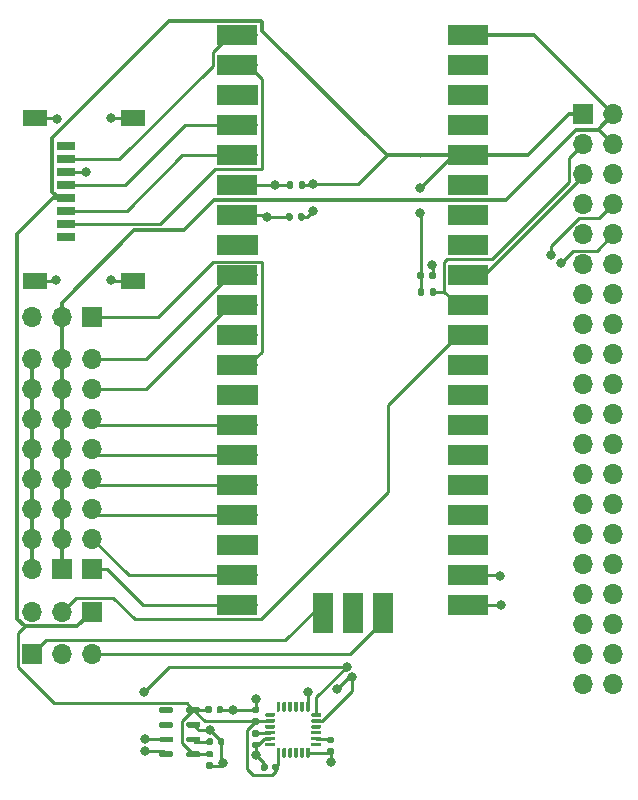
<source format=gbr>
%TF.GenerationSoftware,KiCad,Pcbnew,(5.1.10-1-10_14)*%
%TF.CreationDate,2021-10-09T22:57:50-04:00*%
%TF.ProjectId,Hermes_Pico,4865726d-6573-45f5-9069-636f2e6b6963,rev?*%
%TF.SameCoordinates,Original*%
%TF.FileFunction,Copper,L1,Top*%
%TF.FilePolarity,Positive*%
%FSLAX46Y46*%
G04 Gerber Fmt 4.6, Leading zero omitted, Abs format (unit mm)*
G04 Created by KiCad (PCBNEW (5.1.10-1-10_14)) date 2021-10-09 22:57:50*
%MOMM*%
%LPD*%
G01*
G04 APERTURE LIST*
%TA.AperFunction,ComponentPad*%
%ADD10O,1.700000X1.700000*%
%TD*%
%TA.AperFunction,ComponentPad*%
%ADD11R,1.700000X1.700000*%
%TD*%
%TA.AperFunction,SMDPad,CuDef*%
%ADD12R,1.500000X0.800000*%
%TD*%
%TA.AperFunction,SMDPad,CuDef*%
%ADD13R,2.000000X1.450000*%
%TD*%
%TA.AperFunction,SMDPad,CuDef*%
%ADD14R,1.700000X3.500000*%
%TD*%
%TA.AperFunction,SMDPad,CuDef*%
%ADD15R,3.500000X1.700000*%
%TD*%
%TA.AperFunction,ViaPad*%
%ADD16C,0.800000*%
%TD*%
%TA.AperFunction,Conductor*%
%ADD17C,0.250000*%
%TD*%
%TA.AperFunction,Conductor*%
%ADD18C,0.350000*%
%TD*%
G04 APERTURE END LIST*
%TO.P,R4,2*%
%TO.N,FC_I2C0_SCL*%
%TA.AperFunction,SMDPad,CuDef*%
G36*
G01*
X240400000Y-73490000D02*
X240400000Y-73860000D01*
G75*
G02*
X240265000Y-73995000I-135000J0D01*
G01*
X239995000Y-73995000D01*
G75*
G02*
X239860000Y-73860000I0J135000D01*
G01*
X239860000Y-73490000D01*
G75*
G02*
X239995000Y-73355000I135000J0D01*
G01*
X240265000Y-73355000D01*
G75*
G02*
X240400000Y-73490000I0J-135000D01*
G01*
G37*
%TD.AperFunction*%
%TO.P,R4,1*%
%TO.N,+3V3*%
%TA.AperFunction,SMDPad,CuDef*%
G36*
G01*
X241420000Y-73490000D02*
X241420000Y-73860000D01*
G75*
G02*
X241285000Y-73995000I-135000J0D01*
G01*
X241015000Y-73995000D01*
G75*
G02*
X240880000Y-73860000I0J135000D01*
G01*
X240880000Y-73490000D01*
G75*
G02*
X241015000Y-73355000I135000J0D01*
G01*
X241285000Y-73355000D01*
G75*
G02*
X241420000Y-73490000I0J-135000D01*
G01*
G37*
%TD.AperFunction*%
%TD*%
%TO.P,R3,2*%
%TO.N,+3V3*%
%TA.AperFunction,SMDPad,CuDef*%
G36*
G01*
X240940000Y-71185000D02*
X240940000Y-70815000D01*
G75*
G02*
X241075000Y-70680000I135000J0D01*
G01*
X241345000Y-70680000D01*
G75*
G02*
X241480000Y-70815000I0J-135000D01*
G01*
X241480000Y-71185000D01*
G75*
G02*
X241345000Y-71320000I-135000J0D01*
G01*
X241075000Y-71320000D01*
G75*
G02*
X240940000Y-71185000I0J135000D01*
G01*
G37*
%TD.AperFunction*%
%TO.P,R3,1*%
%TO.N,FC_I2C0_SDA*%
%TA.AperFunction,SMDPad,CuDef*%
G36*
G01*
X239920000Y-71185000D02*
X239920000Y-70815000D01*
G75*
G02*
X240055000Y-70680000I135000J0D01*
G01*
X240325000Y-70680000D01*
G75*
G02*
X240460000Y-70815000I0J-135000D01*
G01*
X240460000Y-71185000D01*
G75*
G02*
X240325000Y-71320000I-135000J0D01*
G01*
X240055000Y-71320000D01*
G75*
G02*
X239920000Y-71185000I0J135000D01*
G01*
G37*
%TD.AperFunction*%
%TD*%
%TO.P,R2,2*%
%TO.N,FC_I2C1_SCL*%
%TA.AperFunction,SMDPad,CuDef*%
G36*
G01*
X251990000Y-78835000D02*
X251990000Y-78465000D01*
G75*
G02*
X252125000Y-78330000I135000J0D01*
G01*
X252395000Y-78330000D01*
G75*
G02*
X252530000Y-78465000I0J-135000D01*
G01*
X252530000Y-78835000D01*
G75*
G02*
X252395000Y-78970000I-135000J0D01*
G01*
X252125000Y-78970000D01*
G75*
G02*
X251990000Y-78835000I0J135000D01*
G01*
G37*
%TD.AperFunction*%
%TO.P,R2,1*%
%TO.N,+3V3*%
%TA.AperFunction,SMDPad,CuDef*%
G36*
G01*
X250970000Y-78835000D02*
X250970000Y-78465000D01*
G75*
G02*
X251105000Y-78330000I135000J0D01*
G01*
X251375000Y-78330000D01*
G75*
G02*
X251510000Y-78465000I0J-135000D01*
G01*
X251510000Y-78835000D01*
G75*
G02*
X251375000Y-78970000I-135000J0D01*
G01*
X251105000Y-78970000D01*
G75*
G02*
X250970000Y-78835000I0J135000D01*
G01*
G37*
%TD.AperFunction*%
%TD*%
%TO.P,R1,2*%
%TO.N,+3V3*%
%TA.AperFunction,SMDPad,CuDef*%
G36*
G01*
X251560000Y-79840000D02*
X251560000Y-80210000D01*
G75*
G02*
X251425000Y-80345000I-135000J0D01*
G01*
X251155000Y-80345000D01*
G75*
G02*
X251020000Y-80210000I0J135000D01*
G01*
X251020000Y-79840000D01*
G75*
G02*
X251155000Y-79705000I135000J0D01*
G01*
X251425000Y-79705000D01*
G75*
G02*
X251560000Y-79840000I0J-135000D01*
G01*
G37*
%TD.AperFunction*%
%TO.P,R1,1*%
%TO.N,FC_I2C1_SDA*%
%TA.AperFunction,SMDPad,CuDef*%
G36*
G01*
X252580000Y-79840000D02*
X252580000Y-80210000D01*
G75*
G02*
X252445000Y-80345000I-135000J0D01*
G01*
X252175000Y-80345000D01*
G75*
G02*
X252040000Y-80210000I0J135000D01*
G01*
X252040000Y-79840000D01*
G75*
G02*
X252175000Y-79705000I135000J0D01*
G01*
X252445000Y-79705000D01*
G75*
G02*
X252580000Y-79840000I0J-135000D01*
G01*
G37*
%TD.AperFunction*%
%TD*%
D10*
%TO.P,J7,3*%
%TO.N,FC_SWDIO*%
X223430000Y-110700000D03*
%TO.P,J7,2*%
%TO.N,GND*%
X220890000Y-110700000D03*
D11*
%TO.P,J7,1*%
%TO.N,FC_SWCLK*%
X218350000Y-110700000D03*
%TD*%
%TO.P,U3,8*%
%TO.N,FC_I2C0_SCL*%
%TA.AperFunction,SMDPad,CuDef*%
G36*
G01*
X230300000Y-119050000D02*
X230300000Y-119300000D01*
G75*
G02*
X230175000Y-119425000I-125000J0D01*
G01*
X229225000Y-119425000D01*
G75*
G02*
X229100000Y-119300000I0J125000D01*
G01*
X229100000Y-119050000D01*
G75*
G02*
X229225000Y-118925000I125000J0D01*
G01*
X230175000Y-118925000D01*
G75*
G02*
X230300000Y-119050000I0J-125000D01*
G01*
G37*
%TD.AperFunction*%
%TO.P,U3,7*%
%TO.N,FC_I2C0_SDA*%
%TA.AperFunction,SMDPad,CuDef*%
G36*
G01*
X230300000Y-117800000D02*
X230300000Y-118050000D01*
G75*
G02*
X230175000Y-118175000I-125000J0D01*
G01*
X229225000Y-118175000D01*
G75*
G02*
X229100000Y-118050000I0J125000D01*
G01*
X229100000Y-117800000D01*
G75*
G02*
X229225000Y-117675000I125000J0D01*
G01*
X230175000Y-117675000D01*
G75*
G02*
X230300000Y-117800000I0J-125000D01*
G01*
G37*
%TD.AperFunction*%
%TO.P,U3,6*%
%TO.N,Net-(U3-Pad6)*%
%TA.AperFunction,SMDPad,CuDef*%
G36*
G01*
X230300000Y-116550000D02*
X230300000Y-116800000D01*
G75*
G02*
X230175000Y-116925000I-125000J0D01*
G01*
X229225000Y-116925000D01*
G75*
G02*
X229100000Y-116800000I0J125000D01*
G01*
X229100000Y-116550000D01*
G75*
G02*
X229225000Y-116425000I125000J0D01*
G01*
X230175000Y-116425000D01*
G75*
G02*
X230300000Y-116550000I0J-125000D01*
G01*
G37*
%TD.AperFunction*%
%TO.P,U3,5*%
%TO.N,Net-(U3-Pad5)*%
%TA.AperFunction,SMDPad,CuDef*%
G36*
G01*
X230300000Y-115300000D02*
X230300000Y-115550000D01*
G75*
G02*
X230175000Y-115675000I-125000J0D01*
G01*
X229225000Y-115675000D01*
G75*
G02*
X229100000Y-115550000I0J125000D01*
G01*
X229100000Y-115300000D01*
G75*
G02*
X229225000Y-115175000I125000J0D01*
G01*
X230175000Y-115175000D01*
G75*
G02*
X230300000Y-115300000I0J-125000D01*
G01*
G37*
%TD.AperFunction*%
%TO.P,U3,4*%
%TO.N,+3V3*%
%TA.AperFunction,SMDPad,CuDef*%
G36*
G01*
X232600000Y-115300000D02*
X232600000Y-115550000D01*
G75*
G02*
X232475000Y-115675000I-125000J0D01*
G01*
X231525000Y-115675000D01*
G75*
G02*
X231400000Y-115550000I0J125000D01*
G01*
X231400000Y-115300000D01*
G75*
G02*
X231525000Y-115175000I125000J0D01*
G01*
X232475000Y-115175000D01*
G75*
G02*
X232600000Y-115300000I0J-125000D01*
G01*
G37*
%TD.AperFunction*%
%TO.P,U3,3*%
%TO.N,GND*%
%TA.AperFunction,SMDPad,CuDef*%
G36*
G01*
X232600000Y-116550000D02*
X232600000Y-116800000D01*
G75*
G02*
X232475000Y-116925000I-125000J0D01*
G01*
X231525000Y-116925000D01*
G75*
G02*
X231400000Y-116800000I0J125000D01*
G01*
X231400000Y-116550000D01*
G75*
G02*
X231525000Y-116425000I125000J0D01*
G01*
X232475000Y-116425000D01*
G75*
G02*
X232600000Y-116550000I0J-125000D01*
G01*
G37*
%TD.AperFunction*%
%TO.P,U3,2*%
%TO.N,Net-(C5-Pad1)*%
%TA.AperFunction,SMDPad,CuDef*%
G36*
G01*
X232600000Y-117800000D02*
X232600000Y-118050000D01*
G75*
G02*
X232475000Y-118175000I-125000J0D01*
G01*
X231525000Y-118175000D01*
G75*
G02*
X231400000Y-118050000I0J125000D01*
G01*
X231400000Y-117800000D01*
G75*
G02*
X231525000Y-117675000I125000J0D01*
G01*
X232475000Y-117675000D01*
G75*
G02*
X232600000Y-117800000I0J-125000D01*
G01*
G37*
%TD.AperFunction*%
%TO.P,U3,1*%
%TO.N,+3V3*%
%TA.AperFunction,SMDPad,CuDef*%
G36*
G01*
X232600000Y-119050000D02*
X232600000Y-119300000D01*
G75*
G02*
X232475000Y-119425000I-125000J0D01*
G01*
X231525000Y-119425000D01*
G75*
G02*
X231400000Y-119300000I0J125000D01*
G01*
X231400000Y-119050000D01*
G75*
G02*
X231525000Y-118925000I125000J0D01*
G01*
X232475000Y-118925000D01*
G75*
G02*
X232600000Y-119050000I0J-125000D01*
G01*
G37*
%TD.AperFunction*%
%TD*%
%TO.P,U2,24*%
%TO.N,FC_I2C0_SDA*%
%TA.AperFunction,SMDPad,CuDef*%
G36*
G01*
X241975000Y-115925000D02*
X241975000Y-115775000D01*
G75*
G02*
X242050000Y-115700000I75000J0D01*
G01*
X242750000Y-115700000D01*
G75*
G02*
X242825000Y-115775000I0J-75000D01*
G01*
X242825000Y-115925000D01*
G75*
G02*
X242750000Y-116000000I-75000J0D01*
G01*
X242050000Y-116000000D01*
G75*
G02*
X241975000Y-115925000I0J75000D01*
G01*
G37*
%TD.AperFunction*%
%TO.P,U2,23*%
%TO.N,FC_I2C0_SCL*%
%TA.AperFunction,SMDPad,CuDef*%
G36*
G01*
X241975000Y-116425000D02*
X241975000Y-116275000D01*
G75*
G02*
X242050000Y-116200000I75000J0D01*
G01*
X242750000Y-116200000D01*
G75*
G02*
X242825000Y-116275000I0J-75000D01*
G01*
X242825000Y-116425000D01*
G75*
G02*
X242750000Y-116500000I-75000J0D01*
G01*
X242050000Y-116500000D01*
G75*
G02*
X241975000Y-116425000I0J75000D01*
G01*
G37*
%TD.AperFunction*%
%TO.P,U2,22*%
%TO.N,N/C*%
%TA.AperFunction,SMDPad,CuDef*%
G36*
G01*
X241975000Y-116925000D02*
X241975000Y-116775000D01*
G75*
G02*
X242050000Y-116700000I75000J0D01*
G01*
X242750000Y-116700000D01*
G75*
G02*
X242825000Y-116775000I0J-75000D01*
G01*
X242825000Y-116925000D01*
G75*
G02*
X242750000Y-117000000I-75000J0D01*
G01*
X242050000Y-117000000D01*
G75*
G02*
X241975000Y-116925000I0J75000D01*
G01*
G37*
%TD.AperFunction*%
%TO.P,U2,21*%
%TA.AperFunction,SMDPad,CuDef*%
G36*
G01*
X241975000Y-117425000D02*
X241975000Y-117275000D01*
G75*
G02*
X242050000Y-117200000I75000J0D01*
G01*
X242750000Y-117200000D01*
G75*
G02*
X242825000Y-117275000I0J-75000D01*
G01*
X242825000Y-117425000D01*
G75*
G02*
X242750000Y-117500000I-75000J0D01*
G01*
X242050000Y-117500000D01*
G75*
G02*
X241975000Y-117425000I0J75000D01*
G01*
G37*
%TD.AperFunction*%
%TO.P,U2,20*%
%TO.N,Net-(C4-Pad2)*%
%TA.AperFunction,SMDPad,CuDef*%
G36*
G01*
X241975000Y-117925000D02*
X241975000Y-117775000D01*
G75*
G02*
X242050000Y-117700000I75000J0D01*
G01*
X242750000Y-117700000D01*
G75*
G02*
X242825000Y-117775000I0J-75000D01*
G01*
X242825000Y-117925000D01*
G75*
G02*
X242750000Y-118000000I-75000J0D01*
G01*
X242050000Y-118000000D01*
G75*
G02*
X241975000Y-117925000I0J75000D01*
G01*
G37*
%TD.AperFunction*%
%TO.P,U2,19*%
%TO.N,N/C*%
%TA.AperFunction,SMDPad,CuDef*%
G36*
G01*
X241975000Y-118425000D02*
X241975000Y-118275000D01*
G75*
G02*
X242050000Y-118200000I75000J0D01*
G01*
X242750000Y-118200000D01*
G75*
G02*
X242825000Y-118275000I0J-75000D01*
G01*
X242825000Y-118425000D01*
G75*
G02*
X242750000Y-118500000I-75000J0D01*
G01*
X242050000Y-118500000D01*
G75*
G02*
X241975000Y-118425000I0J75000D01*
G01*
G37*
%TD.AperFunction*%
%TO.P,U2,18*%
%TO.N,GND*%
%TA.AperFunction,SMDPad,CuDef*%
G36*
G01*
X241625000Y-118625000D02*
X241775000Y-118625000D01*
G75*
G02*
X241850000Y-118700000I0J-75000D01*
G01*
X241850000Y-119400000D01*
G75*
G02*
X241775000Y-119475000I-75000J0D01*
G01*
X241625000Y-119475000D01*
G75*
G02*
X241550000Y-119400000I0J75000D01*
G01*
X241550000Y-118700000D01*
G75*
G02*
X241625000Y-118625000I75000J0D01*
G01*
G37*
%TD.AperFunction*%
%TO.P,U2,17*%
%TO.N,N/C*%
%TA.AperFunction,SMDPad,CuDef*%
G36*
G01*
X241125000Y-118625000D02*
X241275000Y-118625000D01*
G75*
G02*
X241350000Y-118700000I0J-75000D01*
G01*
X241350000Y-119400000D01*
G75*
G02*
X241275000Y-119475000I-75000J0D01*
G01*
X241125000Y-119475000D01*
G75*
G02*
X241050000Y-119400000I0J75000D01*
G01*
X241050000Y-118700000D01*
G75*
G02*
X241125000Y-118625000I75000J0D01*
G01*
G37*
%TD.AperFunction*%
%TO.P,U2,16*%
%TA.AperFunction,SMDPad,CuDef*%
G36*
G01*
X240625000Y-118625000D02*
X240775000Y-118625000D01*
G75*
G02*
X240850000Y-118700000I0J-75000D01*
G01*
X240850000Y-119400000D01*
G75*
G02*
X240775000Y-119475000I-75000J0D01*
G01*
X240625000Y-119475000D01*
G75*
G02*
X240550000Y-119400000I0J75000D01*
G01*
X240550000Y-118700000D01*
G75*
G02*
X240625000Y-118625000I75000J0D01*
G01*
G37*
%TD.AperFunction*%
%TO.P,U2,15*%
%TA.AperFunction,SMDPad,CuDef*%
G36*
G01*
X240125000Y-118625000D02*
X240275000Y-118625000D01*
G75*
G02*
X240350000Y-118700000I0J-75000D01*
G01*
X240350000Y-119400000D01*
G75*
G02*
X240275000Y-119475000I-75000J0D01*
G01*
X240125000Y-119475000D01*
G75*
G02*
X240050000Y-119400000I0J75000D01*
G01*
X240050000Y-118700000D01*
G75*
G02*
X240125000Y-118625000I75000J0D01*
G01*
G37*
%TD.AperFunction*%
%TO.P,U2,14*%
%TA.AperFunction,SMDPad,CuDef*%
G36*
G01*
X239625000Y-118625000D02*
X239775000Y-118625000D01*
G75*
G02*
X239850000Y-118700000I0J-75000D01*
G01*
X239850000Y-119400000D01*
G75*
G02*
X239775000Y-119475000I-75000J0D01*
G01*
X239625000Y-119475000D01*
G75*
G02*
X239550000Y-119400000I0J75000D01*
G01*
X239550000Y-118700000D01*
G75*
G02*
X239625000Y-118625000I75000J0D01*
G01*
G37*
%TD.AperFunction*%
%TO.P,U2,13*%
%TO.N,+3V3*%
%TA.AperFunction,SMDPad,CuDef*%
G36*
G01*
X239125000Y-118625000D02*
X239275000Y-118625000D01*
G75*
G02*
X239350000Y-118700000I0J-75000D01*
G01*
X239350000Y-119400000D01*
G75*
G02*
X239275000Y-119475000I-75000J0D01*
G01*
X239125000Y-119475000D01*
G75*
G02*
X239050000Y-119400000I0J75000D01*
G01*
X239050000Y-118700000D01*
G75*
G02*
X239125000Y-118625000I75000J0D01*
G01*
G37*
%TD.AperFunction*%
%TO.P,U2,12*%
%TO.N,Net-(U2-Pad12)*%
%TA.AperFunction,SMDPad,CuDef*%
G36*
G01*
X238075000Y-118425000D02*
X238075000Y-118275000D01*
G75*
G02*
X238150000Y-118200000I75000J0D01*
G01*
X238850000Y-118200000D01*
G75*
G02*
X238925000Y-118275000I0J-75000D01*
G01*
X238925000Y-118425000D01*
G75*
G02*
X238850000Y-118500000I-75000J0D01*
G01*
X238150000Y-118500000D01*
G75*
G02*
X238075000Y-118425000I0J75000D01*
G01*
G37*
%TD.AperFunction*%
%TO.P,U2,11*%
%TO.N,GND*%
%TA.AperFunction,SMDPad,CuDef*%
G36*
G01*
X238075000Y-117925000D02*
X238075000Y-117775000D01*
G75*
G02*
X238150000Y-117700000I75000J0D01*
G01*
X238850000Y-117700000D01*
G75*
G02*
X238925000Y-117775000I0J-75000D01*
G01*
X238925000Y-117925000D01*
G75*
G02*
X238850000Y-118000000I-75000J0D01*
G01*
X238150000Y-118000000D01*
G75*
G02*
X238075000Y-117925000I0J75000D01*
G01*
G37*
%TD.AperFunction*%
%TO.P,U2,10*%
%TO.N,Net-(C3-Pad2)*%
%TA.AperFunction,SMDPad,CuDef*%
G36*
G01*
X238075000Y-117425000D02*
X238075000Y-117275000D01*
G75*
G02*
X238150000Y-117200000I75000J0D01*
G01*
X238850000Y-117200000D01*
G75*
G02*
X238925000Y-117275000I0J-75000D01*
G01*
X238925000Y-117425000D01*
G75*
G02*
X238850000Y-117500000I-75000J0D01*
G01*
X238150000Y-117500000D01*
G75*
G02*
X238075000Y-117425000I0J75000D01*
G01*
G37*
%TD.AperFunction*%
%TO.P,U2,9*%
%TO.N,Net-(U2-Pad9)*%
%TA.AperFunction,SMDPad,CuDef*%
G36*
G01*
X238075000Y-116925000D02*
X238075000Y-116775000D01*
G75*
G02*
X238150000Y-116700000I75000J0D01*
G01*
X238850000Y-116700000D01*
G75*
G02*
X238925000Y-116775000I0J-75000D01*
G01*
X238925000Y-116925000D01*
G75*
G02*
X238850000Y-117000000I-75000J0D01*
G01*
X238150000Y-117000000D01*
G75*
G02*
X238075000Y-116925000I0J75000D01*
G01*
G37*
%TD.AperFunction*%
%TO.P,U2,8*%
%TO.N,+3V3*%
%TA.AperFunction,SMDPad,CuDef*%
G36*
G01*
X238075000Y-116425000D02*
X238075000Y-116275000D01*
G75*
G02*
X238150000Y-116200000I75000J0D01*
G01*
X238850000Y-116200000D01*
G75*
G02*
X238925000Y-116275000I0J-75000D01*
G01*
X238925000Y-116425000D01*
G75*
G02*
X238850000Y-116500000I-75000J0D01*
G01*
X238150000Y-116500000D01*
G75*
G02*
X238075000Y-116425000I0J75000D01*
G01*
G37*
%TD.AperFunction*%
%TO.P,U2,7*%
%TO.N,Net-(U2-Pad7)*%
%TA.AperFunction,SMDPad,CuDef*%
G36*
G01*
X238075000Y-115925000D02*
X238075000Y-115775000D01*
G75*
G02*
X238150000Y-115700000I75000J0D01*
G01*
X238850000Y-115700000D01*
G75*
G02*
X238925000Y-115775000I0J-75000D01*
G01*
X238925000Y-115925000D01*
G75*
G02*
X238850000Y-116000000I-75000J0D01*
G01*
X238150000Y-116000000D01*
G75*
G02*
X238075000Y-115925000I0J75000D01*
G01*
G37*
%TD.AperFunction*%
%TO.P,U2,6*%
%TO.N,Net-(U2-Pad6)*%
%TA.AperFunction,SMDPad,CuDef*%
G36*
G01*
X239125000Y-114725000D02*
X239275000Y-114725000D01*
G75*
G02*
X239350000Y-114800000I0J-75000D01*
G01*
X239350000Y-115500000D01*
G75*
G02*
X239275000Y-115575000I-75000J0D01*
G01*
X239125000Y-115575000D01*
G75*
G02*
X239050000Y-115500000I0J75000D01*
G01*
X239050000Y-114800000D01*
G75*
G02*
X239125000Y-114725000I75000J0D01*
G01*
G37*
%TD.AperFunction*%
%TO.P,U2,5*%
%TO.N,N/C*%
%TA.AperFunction,SMDPad,CuDef*%
G36*
G01*
X239625000Y-114725000D02*
X239775000Y-114725000D01*
G75*
G02*
X239850000Y-114800000I0J-75000D01*
G01*
X239850000Y-115500000D01*
G75*
G02*
X239775000Y-115575000I-75000J0D01*
G01*
X239625000Y-115575000D01*
G75*
G02*
X239550000Y-115500000I0J75000D01*
G01*
X239550000Y-114800000D01*
G75*
G02*
X239625000Y-114725000I75000J0D01*
G01*
G37*
%TD.AperFunction*%
%TO.P,U2,4*%
%TA.AperFunction,SMDPad,CuDef*%
G36*
G01*
X240125000Y-114725000D02*
X240275000Y-114725000D01*
G75*
G02*
X240350000Y-114800000I0J-75000D01*
G01*
X240350000Y-115500000D01*
G75*
G02*
X240275000Y-115575000I-75000J0D01*
G01*
X240125000Y-115575000D01*
G75*
G02*
X240050000Y-115500000I0J75000D01*
G01*
X240050000Y-114800000D01*
G75*
G02*
X240125000Y-114725000I75000J0D01*
G01*
G37*
%TD.AperFunction*%
%TO.P,U2,3*%
%TA.AperFunction,SMDPad,CuDef*%
G36*
G01*
X240625000Y-114725000D02*
X240775000Y-114725000D01*
G75*
G02*
X240850000Y-114800000I0J-75000D01*
G01*
X240850000Y-115500000D01*
G75*
G02*
X240775000Y-115575000I-75000J0D01*
G01*
X240625000Y-115575000D01*
G75*
G02*
X240550000Y-115500000I0J75000D01*
G01*
X240550000Y-114800000D01*
G75*
G02*
X240625000Y-114725000I75000J0D01*
G01*
G37*
%TD.AperFunction*%
%TO.P,U2,2*%
%TA.AperFunction,SMDPad,CuDef*%
G36*
G01*
X241125000Y-114725000D02*
X241275000Y-114725000D01*
G75*
G02*
X241350000Y-114800000I0J-75000D01*
G01*
X241350000Y-115500000D01*
G75*
G02*
X241275000Y-115575000I-75000J0D01*
G01*
X241125000Y-115575000D01*
G75*
G02*
X241050000Y-115500000I0J75000D01*
G01*
X241050000Y-114800000D01*
G75*
G02*
X241125000Y-114725000I75000J0D01*
G01*
G37*
%TD.AperFunction*%
%TO.P,U2,1*%
%TO.N,GND*%
%TA.AperFunction,SMDPad,CuDef*%
G36*
G01*
X241625000Y-114725000D02*
X241775000Y-114725000D01*
G75*
G02*
X241850000Y-114800000I0J-75000D01*
G01*
X241850000Y-115500000D01*
G75*
G02*
X241775000Y-115575000I-75000J0D01*
G01*
X241625000Y-115575000D01*
G75*
G02*
X241550000Y-115500000I0J75000D01*
G01*
X241550000Y-114800000D01*
G75*
G02*
X241625000Y-114725000I75000J0D01*
G01*
G37*
%TD.AperFunction*%
%TD*%
D10*
%TO.P,J6,3*%
%TO.N,GND*%
X218320000Y-107100000D03*
%TO.P,J6,2*%
%TO.N,FC_RESET*%
X220860000Y-107100000D03*
D11*
%TO.P,J6,1*%
%TO.N,+3V3*%
X223400000Y-107100000D03*
%TD*%
D10*
%TO.P,J5,3*%
%TO.N,GND*%
X218320000Y-82150000D03*
%TO.P,J5,2*%
%TO.N,+5V*%
X220860000Y-82150000D03*
D11*
%TO.P,J5,1*%
%TO.N,FC_UART1_RX*%
X223400000Y-82150000D03*
%TD*%
%TO.P,C7,2*%
%TO.N,GND*%
%TA.AperFunction,SMDPad,CuDef*%
G36*
G01*
X233975000Y-115570000D02*
X233975000Y-115230000D01*
G75*
G02*
X234115000Y-115090000I140000J0D01*
G01*
X234395000Y-115090000D01*
G75*
G02*
X234535000Y-115230000I0J-140000D01*
G01*
X234535000Y-115570000D01*
G75*
G02*
X234395000Y-115710000I-140000J0D01*
G01*
X234115000Y-115710000D01*
G75*
G02*
X233975000Y-115570000I0J140000D01*
G01*
G37*
%TD.AperFunction*%
%TO.P,C7,1*%
%TO.N,+3V3*%
%TA.AperFunction,SMDPad,CuDef*%
G36*
G01*
X233015000Y-115570000D02*
X233015000Y-115230000D01*
G75*
G02*
X233155000Y-115090000I140000J0D01*
G01*
X233435000Y-115090000D01*
G75*
G02*
X233575000Y-115230000I0J-140000D01*
G01*
X233575000Y-115570000D01*
G75*
G02*
X233435000Y-115710000I-140000J0D01*
G01*
X233155000Y-115710000D01*
G75*
G02*
X233015000Y-115570000I0J140000D01*
G01*
G37*
%TD.AperFunction*%
%TD*%
%TO.P,C6,2*%
%TO.N,+3V3*%
%TA.AperFunction,SMDPad,CuDef*%
G36*
G01*
X233545000Y-119450000D02*
X233205000Y-119450000D01*
G75*
G02*
X233065000Y-119310000I0J140000D01*
G01*
X233065000Y-119030000D01*
G75*
G02*
X233205000Y-118890000I140000J0D01*
G01*
X233545000Y-118890000D01*
G75*
G02*
X233685000Y-119030000I0J-140000D01*
G01*
X233685000Y-119310000D01*
G75*
G02*
X233545000Y-119450000I-140000J0D01*
G01*
G37*
%TD.AperFunction*%
%TO.P,C6,1*%
%TO.N,GND*%
%TA.AperFunction,SMDPad,CuDef*%
G36*
G01*
X233545000Y-120410000D02*
X233205000Y-120410000D01*
G75*
G02*
X233065000Y-120270000I0J140000D01*
G01*
X233065000Y-119990000D01*
G75*
G02*
X233205000Y-119850000I140000J0D01*
G01*
X233545000Y-119850000D01*
G75*
G02*
X233685000Y-119990000I0J-140000D01*
G01*
X233685000Y-120270000D01*
G75*
G02*
X233545000Y-120410000I-140000J0D01*
G01*
G37*
%TD.AperFunction*%
%TD*%
%TO.P,C5,2*%
%TO.N,GND*%
%TA.AperFunction,SMDPad,CuDef*%
G36*
G01*
X234075000Y-118270000D02*
X234075000Y-117930000D01*
G75*
G02*
X234215000Y-117790000I140000J0D01*
G01*
X234495000Y-117790000D01*
G75*
G02*
X234635000Y-117930000I0J-140000D01*
G01*
X234635000Y-118270000D01*
G75*
G02*
X234495000Y-118410000I-140000J0D01*
G01*
X234215000Y-118410000D01*
G75*
G02*
X234075000Y-118270000I0J140000D01*
G01*
G37*
%TD.AperFunction*%
%TO.P,C5,1*%
%TO.N,Net-(C5-Pad1)*%
%TA.AperFunction,SMDPad,CuDef*%
G36*
G01*
X233115000Y-118270000D02*
X233115000Y-117930000D01*
G75*
G02*
X233255000Y-117790000I140000J0D01*
G01*
X233535000Y-117790000D01*
G75*
G02*
X233675000Y-117930000I0J-140000D01*
G01*
X233675000Y-118270000D01*
G75*
G02*
X233535000Y-118410000I-140000J0D01*
G01*
X233255000Y-118410000D01*
G75*
G02*
X233115000Y-118270000I0J140000D01*
G01*
G37*
%TD.AperFunction*%
%TD*%
%TO.P,C4,2*%
%TO.N,Net-(C4-Pad2)*%
%TA.AperFunction,SMDPad,CuDef*%
G36*
G01*
X243795000Y-118250000D02*
X243455000Y-118250000D01*
G75*
G02*
X243315000Y-118110000I0J140000D01*
G01*
X243315000Y-117830000D01*
G75*
G02*
X243455000Y-117690000I140000J0D01*
G01*
X243795000Y-117690000D01*
G75*
G02*
X243935000Y-117830000I0J-140000D01*
G01*
X243935000Y-118110000D01*
G75*
G02*
X243795000Y-118250000I-140000J0D01*
G01*
G37*
%TD.AperFunction*%
%TO.P,C4,1*%
%TO.N,GND*%
%TA.AperFunction,SMDPad,CuDef*%
G36*
G01*
X243795000Y-119210000D02*
X243455000Y-119210000D01*
G75*
G02*
X243315000Y-119070000I0J140000D01*
G01*
X243315000Y-118790000D01*
G75*
G02*
X243455000Y-118650000I140000J0D01*
G01*
X243795000Y-118650000D01*
G75*
G02*
X243935000Y-118790000I0J-140000D01*
G01*
X243935000Y-119070000D01*
G75*
G02*
X243795000Y-119210000I-140000J0D01*
G01*
G37*
%TD.AperFunction*%
%TD*%
%TO.P,C3,2*%
%TO.N,Net-(C3-Pad2)*%
%TA.AperFunction,SMDPad,CuDef*%
G36*
G01*
X237445000Y-117700000D02*
X237105000Y-117700000D01*
G75*
G02*
X236965000Y-117560000I0J140000D01*
G01*
X236965000Y-117280000D01*
G75*
G02*
X237105000Y-117140000I140000J0D01*
G01*
X237445000Y-117140000D01*
G75*
G02*
X237585000Y-117280000I0J-140000D01*
G01*
X237585000Y-117560000D01*
G75*
G02*
X237445000Y-117700000I-140000J0D01*
G01*
G37*
%TD.AperFunction*%
%TO.P,C3,1*%
%TO.N,GND*%
%TA.AperFunction,SMDPad,CuDef*%
G36*
G01*
X237445000Y-118660000D02*
X237105000Y-118660000D01*
G75*
G02*
X236965000Y-118520000I0J140000D01*
G01*
X236965000Y-118240000D01*
G75*
G02*
X237105000Y-118100000I140000J0D01*
G01*
X237445000Y-118100000D01*
G75*
G02*
X237585000Y-118240000I0J-140000D01*
G01*
X237585000Y-118520000D01*
G75*
G02*
X237445000Y-118660000I-140000J0D01*
G01*
G37*
%TD.AperFunction*%
%TD*%
%TO.P,C2,2*%
%TO.N,GND*%
%TA.AperFunction,SMDPad,CuDef*%
G36*
G01*
X238300000Y-120105000D02*
X238300000Y-120445000D01*
G75*
G02*
X238160000Y-120585000I-140000J0D01*
G01*
X237880000Y-120585000D01*
G75*
G02*
X237740000Y-120445000I0J140000D01*
G01*
X237740000Y-120105000D01*
G75*
G02*
X237880000Y-119965000I140000J0D01*
G01*
X238160000Y-119965000D01*
G75*
G02*
X238300000Y-120105000I0J-140000D01*
G01*
G37*
%TD.AperFunction*%
%TO.P,C2,1*%
%TO.N,+3V3*%
%TA.AperFunction,SMDPad,CuDef*%
G36*
G01*
X239260000Y-120105000D02*
X239260000Y-120445000D01*
G75*
G02*
X239120000Y-120585000I-140000J0D01*
G01*
X238840000Y-120585000D01*
G75*
G02*
X238700000Y-120445000I0J140000D01*
G01*
X238700000Y-120105000D01*
G75*
G02*
X238840000Y-119965000I140000J0D01*
G01*
X239120000Y-119965000D01*
G75*
G02*
X239260000Y-120105000I0J-140000D01*
G01*
G37*
%TD.AperFunction*%
%TD*%
%TO.P,C1,2*%
%TO.N,+3V3*%
%TA.AperFunction,SMDPad,CuDef*%
G36*
G01*
X237105000Y-116100000D02*
X237445000Y-116100000D01*
G75*
G02*
X237585000Y-116240000I0J-140000D01*
G01*
X237585000Y-116520000D01*
G75*
G02*
X237445000Y-116660000I-140000J0D01*
G01*
X237105000Y-116660000D01*
G75*
G02*
X236965000Y-116520000I0J140000D01*
G01*
X236965000Y-116240000D01*
G75*
G02*
X237105000Y-116100000I140000J0D01*
G01*
G37*
%TD.AperFunction*%
%TO.P,C1,1*%
%TO.N,GND*%
%TA.AperFunction,SMDPad,CuDef*%
G36*
G01*
X237105000Y-115140000D02*
X237445000Y-115140000D01*
G75*
G02*
X237585000Y-115280000I0J-140000D01*
G01*
X237585000Y-115560000D01*
G75*
G02*
X237445000Y-115700000I-140000J0D01*
G01*
X237105000Y-115700000D01*
G75*
G02*
X236965000Y-115560000I0J140000D01*
G01*
X236965000Y-115280000D01*
G75*
G02*
X237105000Y-115140000I140000J0D01*
G01*
G37*
%TD.AperFunction*%
%TD*%
D12*
%TO.P,J4,1*%
%TO.N,Net-(J4-Pad1)*%
X221200000Y-75400000D03*
%TO.P,J4,2*%
%TO.N,FC_SPI0_CS*%
X221200000Y-74300000D03*
%TO.P,J4,3*%
%TO.N,FC_SPI0_MOSI*%
X221200000Y-73200000D03*
%TO.P,J4,4*%
%TO.N,+3V3*%
X221200000Y-72100000D03*
%TO.P,J4,5*%
%TO.N,FC_SPI0_SCK*%
X221200000Y-71000000D03*
%TO.P,J4,6*%
%TO.N,GND*%
X221200000Y-69900000D03*
%TO.P,J4,7*%
%TO.N,FC_SPI0_MISO*%
X221200000Y-68800000D03*
%TO.P,J4,8*%
%TO.N,Net-(J4-Pad8)*%
X221200000Y-67700000D03*
D13*
%TO.P,J4,9*%
%TO.N,GND*%
X226900000Y-65325000D03*
X226900000Y-79075000D03*
X218600000Y-79075000D03*
X218600000Y-65325000D03*
%TD*%
D10*
%TO.P,J3,16*%
%TO.N,GND*%
X218360000Y-85720000D03*
%TO.P,J3,15*%
%TO.N,+5V*%
X220900000Y-85720000D03*
%TO.P,J3,14*%
%TO.N,GND*%
X218360000Y-88260000D03*
%TO.P,J3,13*%
%TO.N,+5V*%
X220900000Y-88260000D03*
%TO.P,J3,12*%
%TO.N,GND*%
X218360000Y-90800000D03*
%TO.P,J3,11*%
%TO.N,+5V*%
X220900000Y-90800000D03*
%TO.P,J3,10*%
%TO.N,GND*%
X218360000Y-93340000D03*
%TO.P,J3,9*%
%TO.N,+5V*%
X220900000Y-93340000D03*
%TO.P,J3,8*%
%TO.N,GND*%
X218360000Y-95880000D03*
%TO.P,J3,7*%
%TO.N,+5V*%
X220900000Y-95880000D03*
%TO.P,J3,6*%
%TO.N,GND*%
X218360000Y-98420000D03*
%TO.P,J3,5*%
%TO.N,+5V*%
X220900000Y-98420000D03*
%TO.P,J3,4*%
%TO.N,GND*%
X218360000Y-100960000D03*
%TO.P,J3,3*%
%TO.N,+5V*%
X220900000Y-100960000D03*
%TO.P,J3,2*%
%TO.N,GND*%
X218360000Y-103500000D03*
D11*
%TO.P,J3,1*%
%TO.N,+5V*%
X220900000Y-103500000D03*
%TD*%
D10*
%TO.P,J2,40*%
%TO.N,Net-(J2-Pad40)*%
X267540000Y-113260000D03*
%TO.P,J2,39*%
%TO.N,Net-(J2-Pad39)*%
X265000000Y-113260000D03*
%TO.P,J2,38*%
%TO.N,Net-(J2-Pad38)*%
X267540000Y-110720000D03*
%TO.P,J2,37*%
%TO.N,Net-(J2-Pad37)*%
X265000000Y-110720000D03*
%TO.P,J2,36*%
%TO.N,Net-(J2-Pad36)*%
X267540000Y-108180000D03*
%TO.P,J2,35*%
%TO.N,Net-(J2-Pad35)*%
X265000000Y-108180000D03*
%TO.P,J2,34*%
%TO.N,Net-(J2-Pad34)*%
X267540000Y-105640000D03*
%TO.P,J2,33*%
%TO.N,Net-(J2-Pad33)*%
X265000000Y-105640000D03*
%TO.P,J2,32*%
%TO.N,Net-(J2-Pad32)*%
X267540000Y-103100000D03*
%TO.P,J2,31*%
%TO.N,Net-(J2-Pad31)*%
X265000000Y-103100000D03*
%TO.P,J2,30*%
%TO.N,Net-(J2-Pad30)*%
X267540000Y-100560000D03*
%TO.P,J2,29*%
%TO.N,Net-(J2-Pad29)*%
X265000000Y-100560000D03*
%TO.P,J2,28*%
%TO.N,Net-(J2-Pad28)*%
X267540000Y-98020000D03*
%TO.P,J2,27*%
%TO.N,Net-(J2-Pad27)*%
X265000000Y-98020000D03*
%TO.P,J2,26*%
%TO.N,Net-(J2-Pad26)*%
X267540000Y-95480000D03*
%TO.P,J2,25*%
%TO.N,Net-(J2-Pad25)*%
X265000000Y-95480000D03*
%TO.P,J2,24*%
%TO.N,Net-(J2-Pad24)*%
X267540000Y-92940000D03*
%TO.P,J2,23*%
%TO.N,Net-(J2-Pad23)*%
X265000000Y-92940000D03*
%TO.P,J2,22*%
%TO.N,Net-(J2-Pad22)*%
X267540000Y-90400000D03*
%TO.P,J2,21*%
%TO.N,Net-(J2-Pad21)*%
X265000000Y-90400000D03*
%TO.P,J2,20*%
%TO.N,Net-(J2-Pad20)*%
X267540000Y-87860000D03*
%TO.P,J2,19*%
%TO.N,Net-(J2-Pad19)*%
X265000000Y-87860000D03*
%TO.P,J2,18*%
%TO.N,Net-(J2-Pad18)*%
X267540000Y-85320000D03*
%TO.P,J2,17*%
%TO.N,Net-(J2-Pad17)*%
X265000000Y-85320000D03*
%TO.P,J2,16*%
%TO.N,Net-(J2-Pad16)*%
X267540000Y-82780000D03*
%TO.P,J2,15*%
%TO.N,Net-(J2-Pad15)*%
X265000000Y-82780000D03*
%TO.P,J2,14*%
%TO.N,Net-(J2-Pad14)*%
X267540000Y-80240000D03*
%TO.P,J2,13*%
%TO.N,Net-(J2-Pad13)*%
X265000000Y-80240000D03*
%TO.P,J2,12*%
%TO.N,Net-(J2-Pad12)*%
X267540000Y-77700000D03*
%TO.P,J2,11*%
%TO.N,Net-(J2-Pad11)*%
X265000000Y-77700000D03*
%TO.P,J2,10*%
%TO.N,FC_UART0_TX*%
X267540000Y-75160000D03*
%TO.P,J2,9*%
%TO.N,Net-(J2-Pad9)*%
X265000000Y-75160000D03*
%TO.P,J2,8*%
%TO.N,FC_UART0_RX*%
X267540000Y-72620000D03*
%TO.P,J2,7*%
%TO.N,Net-(J2-Pad7)*%
X265000000Y-72620000D03*
%TO.P,J2,6*%
%TO.N,GND*%
X267540000Y-70080000D03*
%TO.P,J2,5*%
%TO.N,FC_I2C1_SCL*%
X265000000Y-70080000D03*
%TO.P,J2,4*%
%TO.N,+5V*%
X267540000Y-67540000D03*
%TO.P,J2,3*%
%TO.N,FC_I2C1_SDA*%
X265000000Y-67540000D03*
%TO.P,J2,2*%
%TO.N,+5V*%
X267540000Y-65000000D03*
D11*
%TO.P,J2,1*%
%TO.N,+3V3*%
X265000000Y-65000000D03*
%TD*%
D10*
%TO.P,J1,8*%
%TO.N,FC_RADIO*%
X223450000Y-85720000D03*
%TO.P,J1,7*%
%TO.N,FC_PWM7*%
X223450000Y-88260000D03*
%TO.P,J1,6*%
%TO.N,FC_PWM6*%
X223450000Y-90800000D03*
%TO.P,J1,5*%
%TO.N,FC_PWM5*%
X223450000Y-93340000D03*
%TO.P,J1,4*%
%TO.N,FC_PWM4*%
X223450000Y-95880000D03*
%TO.P,J1,3*%
%TO.N,FC_PWM3*%
X223450000Y-98420000D03*
%TO.P,J1,2*%
%TO.N,FC_PWM2*%
X223450000Y-100960000D03*
D11*
%TO.P,J1,1*%
%TO.N,FC_PWM1*%
X223450000Y-103500000D03*
%TD*%
D10*
%TO.P,U1,43*%
%TO.N,FC_SWDIO*%
X248040000Y-106350000D03*
D14*
X248040000Y-107250000D03*
D11*
%TO.P,U1,42*%
%TO.N,GND*%
X245500000Y-106350000D03*
D14*
X245500000Y-107250000D03*
D10*
%TO.P,U1,41*%
%TO.N,FC_SWCLK*%
X242960000Y-106350000D03*
D14*
X242960000Y-107250000D03*
D15*
%TO.P,U1,21*%
%TO.N,FC_UART0_TX*%
X255290000Y-106580000D03*
%TO.P,U1,22*%
%TO.N,FC_UART0_RX*%
X255290000Y-104040000D03*
%TO.P,U1,23*%
%TO.N,GND*%
X255290000Y-101500000D03*
%TO.P,U1,24*%
%TO.N,Net-(U1-Pad24)*%
X255290000Y-98960000D03*
%TO.P,U1,25*%
%TO.N,Net-(U1-Pad25)*%
X255290000Y-96420000D03*
%TO.P,U1,26*%
%TO.N,Net-(U1-Pad26)*%
X255290000Y-93880000D03*
%TO.P,U1,27*%
%TO.N,Net-(U1-Pad27)*%
X255290000Y-91340000D03*
%TO.P,U1,28*%
%TO.N,GND*%
X255290000Y-88800000D03*
%TO.P,U1,29*%
%TO.N,Net-(U1-Pad29)*%
X255290000Y-86260000D03*
%TO.P,U1,30*%
%TO.N,FC_RESET*%
X255290000Y-83720000D03*
%TO.P,U1,31*%
%TO.N,FC_I2C1_SDA*%
X255290000Y-81180000D03*
%TO.P,U1,32*%
%TO.N,FC_I2C1_SCL*%
X255290000Y-78640000D03*
%TO.P,U1,33*%
%TO.N,Net-(U1-Pad33)*%
X255290000Y-76100000D03*
%TO.P,U1,34*%
%TO.N,Net-(U1-Pad34)*%
X255290000Y-73560000D03*
%TO.P,U1,35*%
%TO.N,Net-(U1-Pad35)*%
X255290000Y-71020000D03*
%TO.P,U1,36*%
%TO.N,+3V3*%
X255290000Y-68480000D03*
%TO.P,U1,37*%
%TO.N,Net-(U1-Pad37)*%
X255290000Y-65940000D03*
%TO.P,U1,38*%
%TO.N,GND*%
X255290000Y-63400000D03*
%TO.P,U1,39*%
%TO.N,Net-(U1-Pad39)*%
X255290000Y-60860000D03*
%TO.P,U1,40*%
%TO.N,+5V*%
X255290000Y-58320000D03*
%TO.P,U1,20*%
%TO.N,FC_PWM1*%
X235710000Y-106580000D03*
%TO.P,U1,19*%
%TO.N,FC_PWM2*%
X235710000Y-104040000D03*
%TO.P,U1,18*%
%TO.N,GND*%
X235710000Y-101500000D03*
%TO.P,U1,17*%
%TO.N,FC_PWM3*%
X235710000Y-98960000D03*
%TO.P,U1,16*%
%TO.N,FC_PWM4*%
X235710000Y-96420000D03*
%TO.P,U1,15*%
%TO.N,FC_PWM5*%
X235710000Y-93880000D03*
%TO.P,U1,14*%
%TO.N,FC_PWM6*%
X235710000Y-91340000D03*
%TO.P,U1,13*%
%TO.N,GND*%
X235710000Y-88800000D03*
%TO.P,U1,12*%
%TO.N,FC_UART1_RX*%
X235710000Y-86260000D03*
%TO.P,U1,11*%
%TO.N,FC_UART1_TX*%
X235710000Y-83720000D03*
%TO.P,U1,10*%
%TO.N,FC_PWM7*%
X235710000Y-81180000D03*
%TO.P,U1,9*%
%TO.N,FC_RADIO*%
X235710000Y-78640000D03*
%TO.P,U1,8*%
%TO.N,GND*%
X235710000Y-76100000D03*
%TO.P,U1,7*%
%TO.N,FC_I2C0_SCL*%
X235710000Y-73560000D03*
%TO.P,U1,6*%
%TO.N,FC_I2C0_SDA*%
X235710000Y-71020000D03*
%TO.P,U1,5*%
%TO.N,FC_SPI0_MOSI*%
X235710000Y-68480000D03*
%TO.P,U1,4*%
%TO.N,FC_SPI0_SCK*%
X235710000Y-65940000D03*
%TO.P,U1,3*%
%TO.N,GND*%
X235710000Y-63400000D03*
%TO.P,U1,2*%
%TO.N,FC_SPI0_CS*%
X235710000Y-60860000D03*
%TO.P,U1,1*%
%TO.N,FC_SPI0_MISO*%
X235710000Y-58320000D03*
D10*
%TO.P,U1,40*%
%TO.N,+5V*%
X254390000Y-58320000D03*
%TO.P,U1,39*%
%TO.N,Net-(U1-Pad39)*%
X254390000Y-60860000D03*
D11*
%TO.P,U1,38*%
%TO.N,GND*%
X254390000Y-63400000D03*
D10*
%TO.P,U1,37*%
%TO.N,Net-(U1-Pad37)*%
X254390000Y-65940000D03*
%TO.P,U1,36*%
%TO.N,+3V3*%
X254390000Y-68480000D03*
%TO.P,U1,35*%
%TO.N,Net-(U1-Pad35)*%
X254390000Y-71020000D03*
%TO.P,U1,34*%
%TO.N,Net-(U1-Pad34)*%
X254390000Y-73560000D03*
D11*
%TO.P,U1,33*%
%TO.N,Net-(U1-Pad33)*%
X254390000Y-76100000D03*
D10*
%TO.P,U1,32*%
%TO.N,FC_I2C1_SCL*%
X254390000Y-78640000D03*
%TO.P,U1,31*%
%TO.N,FC_I2C1_SDA*%
X254390000Y-81180000D03*
%TO.P,U1,30*%
%TO.N,FC_RESET*%
X254390000Y-83720000D03*
%TO.P,U1,29*%
%TO.N,Net-(U1-Pad29)*%
X254390000Y-86260000D03*
D11*
%TO.P,U1,28*%
%TO.N,GND*%
X254390000Y-88800000D03*
D10*
%TO.P,U1,27*%
%TO.N,Net-(U1-Pad27)*%
X254390000Y-91340000D03*
%TO.P,U1,26*%
%TO.N,Net-(U1-Pad26)*%
X254390000Y-93880000D03*
%TO.P,U1,25*%
%TO.N,Net-(U1-Pad25)*%
X254390000Y-96420000D03*
%TO.P,U1,24*%
%TO.N,Net-(U1-Pad24)*%
X254390000Y-98960000D03*
D11*
%TO.P,U1,23*%
%TO.N,GND*%
X254390000Y-101500000D03*
D10*
%TO.P,U1,22*%
%TO.N,FC_UART0_RX*%
X254390000Y-104040000D03*
%TO.P,U1,21*%
%TO.N,FC_UART0_TX*%
X254390000Y-106580000D03*
%TO.P,U1,20*%
%TO.N,FC_PWM1*%
X236610000Y-106580000D03*
%TO.P,U1,19*%
%TO.N,FC_PWM2*%
X236610000Y-104040000D03*
D11*
%TO.P,U1,18*%
%TO.N,GND*%
X236610000Y-101500000D03*
D10*
%TO.P,U1,17*%
%TO.N,FC_PWM3*%
X236610000Y-98960000D03*
%TO.P,U1,16*%
%TO.N,FC_PWM4*%
X236610000Y-96420000D03*
%TO.P,U1,15*%
%TO.N,FC_PWM5*%
X236610000Y-93880000D03*
%TO.P,U1,14*%
%TO.N,FC_PWM6*%
X236610000Y-91340000D03*
D11*
%TO.P,U1,13*%
%TO.N,GND*%
X236610000Y-88800000D03*
D10*
%TO.P,U1,12*%
%TO.N,FC_UART1_RX*%
X236610000Y-86260000D03*
%TO.P,U1,11*%
%TO.N,FC_UART1_TX*%
X236610000Y-83720000D03*
%TO.P,U1,10*%
%TO.N,FC_PWM7*%
X236610000Y-81180000D03*
%TO.P,U1,9*%
%TO.N,FC_RADIO*%
X236610000Y-78640000D03*
D11*
%TO.P,U1,8*%
%TO.N,GND*%
X236610000Y-76100000D03*
D10*
%TO.P,U1,7*%
%TO.N,FC_I2C0_SCL*%
X236610000Y-73560000D03*
%TO.P,U1,6*%
%TO.N,FC_I2C0_SDA*%
X236610000Y-71020000D03*
%TO.P,U1,5*%
%TO.N,FC_SPI0_MOSI*%
X236610000Y-68480000D03*
%TO.P,U1,4*%
%TO.N,FC_SPI0_SCK*%
X236610000Y-65940000D03*
D11*
%TO.P,U1,3*%
%TO.N,GND*%
X236610000Y-63400000D03*
D10*
%TO.P,U1,2*%
%TO.N,FC_SPI0_CS*%
X236610000Y-60860000D03*
%TO.P,U1,1*%
%TO.N,FC_SPI0_MISO*%
X236610000Y-58320000D03*
%TD*%
D16*
%TO.N,FC_UART0_TX*%
X258050000Y-106500000D03*
X263100000Y-77600000D03*
%TO.N,FC_UART0_RX*%
X258000000Y-104050000D03*
X262300000Y-76900000D03*
%TO.N,GND*%
X220450000Y-65350000D03*
X220400000Y-79050000D03*
X225000000Y-79050000D03*
X225050000Y-65300000D03*
X222900000Y-69900000D03*
X237275000Y-114525000D03*
X237300000Y-119225000D03*
X243625000Y-119825000D03*
X241700000Y-113925000D03*
X233450000Y-117125000D03*
X235325000Y-115400000D03*
X234500000Y-119875000D03*
%TO.N,FC_I2C1_SCL*%
X252250000Y-77725000D03*
%TO.N,+3V3*%
X251225000Y-73375000D03*
X251225000Y-71250000D03*
X242175000Y-73150000D03*
X242175000Y-70925000D03*
%TO.N,FC_I2C0_SCL*%
X238200000Y-73675000D03*
X245411274Y-112649815D03*
X244175000Y-113625000D03*
X227900000Y-118900003D03*
%TO.N,FC_I2C0_SDA*%
X238925000Y-71000000D03*
X244975000Y-111750000D03*
X227850000Y-113875000D03*
X227900000Y-117900000D03*
%TD*%
D17*
%TO.N,FC_RADIO*%
X227984998Y-85720000D02*
X223450000Y-85720000D01*
X235064998Y-78640000D02*
X227984998Y-85720000D01*
X236610000Y-78640000D02*
X235064998Y-78640000D01*
%TO.N,FC_PWM7*%
X227984998Y-88260000D02*
X223450000Y-88260000D01*
X235064998Y-81180000D02*
X227984998Y-88260000D01*
X236610000Y-81180000D02*
X235064998Y-81180000D01*
%TO.N,FC_PWM6*%
X223990000Y-91340000D02*
X223450000Y-90800000D01*
X236610000Y-91340000D02*
X223990000Y-91340000D01*
%TO.N,FC_PWM5*%
X223990000Y-93880000D02*
X223450000Y-93340000D01*
X236610000Y-93880000D02*
X223990000Y-93880000D01*
%TO.N,FC_PWM4*%
X223990000Y-96420000D02*
X223450000Y-95880000D01*
X236610000Y-96420000D02*
X223990000Y-96420000D01*
%TO.N,FC_PWM3*%
X223990000Y-98960000D02*
X223450000Y-98420000D01*
X236610000Y-98960000D02*
X223990000Y-98960000D01*
%TO.N,FC_PWM2*%
X226530000Y-104040000D02*
X223450000Y-100960000D01*
X236610000Y-104040000D02*
X226530000Y-104040000D01*
%TO.N,FC_PWM1*%
X236610000Y-106580000D02*
X227780000Y-106580000D01*
X224700000Y-103500000D02*
X223450000Y-103500000D01*
X227780000Y-106580000D02*
X224700000Y-103500000D01*
%TO.N,FC_UART0_TX*%
X257970000Y-106580000D02*
X258050000Y-106500000D01*
X254390000Y-106580000D02*
X257970000Y-106580000D01*
X266175001Y-76524999D02*
X267540000Y-75160000D01*
X264175001Y-76524999D02*
X266175001Y-76524999D01*
X263100000Y-77600000D02*
X264175001Y-76524999D01*
%TO.N,FC_UART0_RX*%
X257990000Y-104040000D02*
X258000000Y-104050000D01*
X254390000Y-104040000D02*
X257990000Y-104040000D01*
X266364999Y-73795001D02*
X267540000Y-72620000D01*
X264625997Y-73795001D02*
X266364999Y-73795001D01*
X262300000Y-76120998D02*
X264625997Y-73795001D01*
X262300000Y-76900000D02*
X262300000Y-76120998D01*
%TO.N,GND*%
X220425000Y-65325000D02*
X220450000Y-65350000D01*
X218600000Y-65325000D02*
X220425000Y-65325000D01*
X220375000Y-79075000D02*
X220400000Y-79050000D01*
X218600000Y-79075000D02*
X220375000Y-79075000D01*
X225025000Y-79075000D02*
X225000000Y-79050000D01*
X226900000Y-79075000D02*
X225025000Y-79075000D01*
X225075000Y-65325000D02*
X225050000Y-65300000D01*
X226900000Y-65325000D02*
X225075000Y-65325000D01*
X221200000Y-69900000D02*
X222900000Y-69900000D01*
D18*
X218360000Y-85720000D02*
X218360000Y-88260000D01*
X218360000Y-88260000D02*
X218360000Y-90800000D01*
X218360000Y-90800000D02*
X218360000Y-93340000D01*
X218360000Y-93340000D02*
X218360000Y-95880000D01*
X218360000Y-95880000D02*
X218360000Y-98420000D01*
X218360000Y-98420000D02*
X218360000Y-100960000D01*
X218360000Y-100960000D02*
X218360000Y-103500000D01*
D17*
X237275000Y-115420000D02*
X237275000Y-114525000D01*
X237275000Y-119200000D02*
X237300000Y-119225000D01*
X237275000Y-118380000D02*
X237275000Y-119200000D01*
X238020000Y-119945000D02*
X237300000Y-119225000D01*
X238020000Y-120275000D02*
X238020000Y-119945000D01*
X237479298Y-118380000D02*
X237275000Y-118380000D01*
X238009298Y-117850000D02*
X237479298Y-118380000D01*
X238500000Y-117850000D02*
X238009298Y-117850000D01*
X243505000Y-119050000D02*
X243625000Y-118930000D01*
X241700000Y-119050000D02*
X243505000Y-119050000D01*
X243625000Y-118930000D02*
X243625000Y-119825000D01*
X241700000Y-115150000D02*
X241700000Y-113925000D01*
X232450000Y-117125000D02*
X233450000Y-117125000D01*
X232000000Y-116675000D02*
X232450000Y-117125000D01*
X234255000Y-115400000D02*
X235325000Y-115400000D01*
X235345000Y-115420000D02*
X235325000Y-115400000D01*
X237275000Y-115420000D02*
X235345000Y-115420000D01*
X234355000Y-118030000D02*
X233450000Y-117125000D01*
X234355000Y-118100000D02*
X234355000Y-118030000D01*
X234355000Y-119730000D02*
X234500000Y-119875000D01*
X234355000Y-118100000D02*
X234355000Y-119730000D01*
X234245000Y-120130000D02*
X234500000Y-119875000D01*
X233375000Y-120130000D02*
X234245000Y-120130000D01*
%TO.N,FC_I2C1_SCL*%
X265000000Y-70211412D02*
X265000000Y-70080000D01*
X256571412Y-78640000D02*
X265000000Y-70211412D01*
X254390000Y-78640000D02*
X256571412Y-78640000D01*
X252260000Y-77735000D02*
X252250000Y-77725000D01*
X252260000Y-78650000D02*
X252260000Y-77735000D01*
D18*
%TO.N,+5V*%
X220900000Y-85720000D02*
X220900000Y-88260000D01*
X220900000Y-88260000D02*
X220900000Y-90800000D01*
X220900000Y-90800000D02*
X220900000Y-93340000D01*
X220900000Y-93340000D02*
X220900000Y-95880000D01*
X220900000Y-95880000D02*
X220900000Y-98420000D01*
X220900000Y-98420000D02*
X220900000Y-100960000D01*
X220900000Y-82190000D02*
X220860000Y-82150000D01*
X220900000Y-85720000D02*
X220900000Y-82190000D01*
X266314999Y-66314999D02*
X267540000Y-67540000D01*
X264411999Y-66314999D02*
X266314999Y-66314999D01*
X220860000Y-82150000D02*
X220860000Y-80947919D01*
X231194988Y-74800010D02*
X233749997Y-72245001D01*
X258481997Y-72245001D02*
X264411999Y-66314999D01*
X220860000Y-80947919D02*
X227007909Y-74800010D01*
X233749997Y-72245001D02*
X258481997Y-72245001D01*
X227007909Y-74800010D02*
X231194988Y-74800010D01*
X266314999Y-66225001D02*
X266314999Y-66314999D01*
X267540000Y-65000000D02*
X266314999Y-66225001D01*
X260860000Y-58320000D02*
X267540000Y-65000000D01*
X254390000Y-58320000D02*
X260860000Y-58320000D01*
X220900000Y-100960000D02*
X220900000Y-103500000D01*
D17*
%TO.N,FC_I2C1_SDA*%
X263824999Y-68715001D02*
X265000000Y-67540000D01*
X263824999Y-70750003D02*
X263824999Y-68715001D01*
X257300001Y-77275001D02*
X263824999Y-70750003D01*
X253469997Y-77275001D02*
X257300001Y-77275001D01*
X253214999Y-77529999D02*
X253469997Y-77275001D01*
X253214999Y-80004999D02*
X253214999Y-77529999D01*
X254390000Y-81180000D02*
X253214999Y-80004999D01*
X253194998Y-80025000D02*
X253214999Y-80004999D01*
X252310000Y-80025000D02*
X253194998Y-80025000D01*
D18*
%TO.N,+3V3*%
X220600000Y-72100000D02*
X221200000Y-72100000D01*
X220074999Y-71574999D02*
X220600000Y-72100000D01*
X229979999Y-57094999D02*
X220074999Y-66999999D01*
X237835001Y-57169999D02*
X237760001Y-57094999D01*
X237835001Y-57905003D02*
X237835001Y-57169999D01*
X220074999Y-66999999D02*
X220074999Y-71574999D01*
X248409998Y-68480000D02*
X237835001Y-57905003D01*
X237760001Y-57094999D02*
X229979999Y-57094999D01*
X222174999Y-108325001D02*
X223400000Y-107100000D01*
X217731999Y-108325001D02*
X222174999Y-108325001D01*
X217094999Y-107688001D02*
X217731999Y-108325001D01*
X217094999Y-75105001D02*
X217094999Y-107688001D01*
X220100000Y-72100000D02*
X217094999Y-75105001D01*
X221200000Y-72100000D02*
X220100000Y-72100000D01*
X265000000Y-65000000D02*
X263850000Y-65000000D01*
X260370000Y-68480000D02*
X254390000Y-68480000D01*
X263850000Y-65000000D02*
X260370000Y-68480000D01*
D17*
X239200000Y-120055000D02*
X238980000Y-120275000D01*
X239200000Y-119050000D02*
X239200000Y-120055000D01*
X237305000Y-116350000D02*
X238500000Y-116350000D01*
X237275000Y-116380000D02*
X237305000Y-116350000D01*
X231424990Y-114849990D02*
X232000000Y-115425000D01*
X220214988Y-114849990D02*
X231424990Y-114849990D01*
X217174999Y-111810001D02*
X220214988Y-114849990D01*
X217174999Y-108882001D02*
X217174999Y-111810001D01*
X217731999Y-108325001D02*
X217174999Y-108882001D01*
X232955000Y-116380000D02*
X237275000Y-116380000D01*
X232000000Y-115425000D02*
X232955000Y-116380000D01*
X238980000Y-120585000D02*
X238980000Y-120275000D01*
X238654990Y-120910010D02*
X238980000Y-120585000D01*
X237035010Y-120910010D02*
X238654990Y-120910010D01*
X236574999Y-120449999D02*
X237035010Y-120910010D01*
X236574999Y-117080001D02*
X236574999Y-120449999D01*
X237275000Y-116380000D02*
X236574999Y-117080001D01*
X231074990Y-118249990D02*
X232000000Y-119175000D01*
X231074990Y-116350010D02*
X231074990Y-118249990D01*
X232000000Y-115425000D02*
X231074990Y-116350010D01*
X232025000Y-115400000D02*
X232000000Y-115425000D01*
X233295000Y-115400000D02*
X232025000Y-115400000D01*
X233370000Y-119175000D02*
X233375000Y-119170000D01*
X232000000Y-119175000D02*
X233370000Y-119175000D01*
X251290000Y-78700000D02*
X251240000Y-78650000D01*
X251290000Y-80025000D02*
X251290000Y-78700000D01*
X251240000Y-73390000D02*
X251225000Y-73375000D01*
X251240000Y-78650000D02*
X251240000Y-73390000D01*
X251225000Y-68525000D02*
X251180000Y-68480000D01*
D18*
X251180000Y-68480000D02*
X248409998Y-68480000D01*
X254390000Y-68480000D02*
X251180000Y-68480000D01*
D17*
X253995000Y-68480000D02*
X254390000Y-68480000D01*
X251225000Y-71250000D02*
X253995000Y-68480000D01*
X241650000Y-73675000D02*
X242175000Y-73150000D01*
X241150000Y-73675000D02*
X241650000Y-73675000D01*
X245964998Y-70925000D02*
X248409998Y-68480000D01*
X242175000Y-70925000D02*
X245964998Y-70925000D01*
X242100000Y-71000000D02*
X242175000Y-70925000D01*
X241210000Y-71000000D02*
X242100000Y-71000000D01*
%TO.N,FC_RESET*%
X237720001Y-107755001D02*
X248500000Y-96975002D01*
X227068591Y-107755001D02*
X237720001Y-107755001D01*
X225238589Y-105924999D02*
X227068591Y-107755001D01*
X222035001Y-105924999D02*
X225238589Y-105924999D01*
X220860000Y-107100000D02*
X222035001Y-105924999D01*
X248500000Y-89610000D02*
X254390000Y-83720000D01*
X248500000Y-96975002D02*
X248500000Y-89610000D01*
%TO.N,FC_I2C0_SCL*%
X238085000Y-73560000D02*
X238200000Y-73675000D01*
X236610000Y-73560000D02*
X238085000Y-73560000D01*
X245411274Y-113829428D02*
X242890702Y-116350000D01*
X242890702Y-116350000D02*
X242400000Y-116350000D01*
X245411274Y-112649815D02*
X245411274Y-113829428D01*
X245150185Y-112649815D02*
X244175000Y-113625000D01*
X245411274Y-112649815D02*
X245150185Y-112649815D01*
X229425003Y-118900003D02*
X229700000Y-119175000D01*
X227900000Y-118900003D02*
X229425003Y-118900003D01*
X238200000Y-73675000D02*
X240130000Y-73675000D01*
%TO.N,FC_I2C0_SDA*%
X238905000Y-71020000D02*
X238925000Y-71000000D01*
X236610000Y-71020000D02*
X238905000Y-71020000D01*
X242400000Y-114325000D02*
X242400000Y-115850000D01*
X244975000Y-111750000D02*
X242400000Y-114325000D01*
X229975000Y-111750000D02*
X227850000Y-113875000D01*
X244975000Y-111750000D02*
X229975000Y-111750000D01*
X229675000Y-117900000D02*
X229700000Y-117925000D01*
X227900000Y-117900000D02*
X229675000Y-117900000D01*
X238925000Y-71000000D02*
X240190000Y-71000000D01*
%TO.N,FC_UART1_RX*%
X237785001Y-77529999D02*
X237785001Y-85084999D01*
X233699999Y-77464999D02*
X237720001Y-77464999D01*
X237785001Y-85084999D02*
X236610000Y-86260000D01*
X229014998Y-82150000D02*
X233699999Y-77464999D01*
X237720001Y-77464999D02*
X237785001Y-77529999D01*
X223400000Y-82150000D02*
X229014998Y-82150000D01*
%TO.N,FC_SPI0_MOSI*%
X221200000Y-73200000D02*
X226350000Y-73200000D01*
X231070000Y-68480000D02*
X236610000Y-68480000D01*
X226350000Y-73200000D02*
X231070000Y-68480000D01*
%TO.N,FC_SPI0_SCK*%
X221200000Y-71000000D02*
X226250000Y-71000000D01*
X231310000Y-65940000D02*
X236610000Y-65940000D01*
X226250000Y-71000000D02*
X231310000Y-65940000D01*
%TO.N,FC_SPI0_CS*%
X237785001Y-62035001D02*
X236610000Y-60860000D01*
X237785001Y-69590001D02*
X237785001Y-62035001D01*
X237720001Y-69655001D02*
X237785001Y-69590001D01*
X233844999Y-69655001D02*
X237720001Y-69655001D01*
X229200000Y-74300000D02*
X233844999Y-69655001D01*
X221200000Y-74300000D02*
X229200000Y-74300000D01*
%TO.N,FC_SPI0_MISO*%
X235064998Y-58320000D02*
X236610000Y-58320000D01*
X233634999Y-59749999D02*
X235064998Y-58320000D01*
X233634999Y-60900003D02*
X233634999Y-59749999D01*
X225735002Y-68800000D02*
X233634999Y-60900003D01*
X221200000Y-68800000D02*
X225735002Y-68800000D01*
%TO.N,Net-(C3-Pad2)*%
X237345000Y-117350000D02*
X238500000Y-117350000D01*
X237275000Y-117420000D02*
X237345000Y-117350000D01*
%TO.N,Net-(C4-Pad2)*%
X243505000Y-117850000D02*
X243625000Y-117970000D01*
X242400000Y-117850000D02*
X243505000Y-117850000D01*
%TO.N,Net-(C5-Pad1)*%
X232175000Y-118100000D02*
X232000000Y-117925000D01*
X233395000Y-118100000D02*
X232175000Y-118100000D01*
%TO.N,FC_SWDIO*%
X245235002Y-110700000D02*
X223430000Y-110700000D01*
X248040000Y-107895002D02*
X245235002Y-110700000D01*
X248040000Y-106350000D02*
X248040000Y-107895002D01*
%TO.N,FC_SWCLK*%
X219525001Y-109524999D02*
X218350000Y-110700000D01*
X239785001Y-109524999D02*
X219525001Y-109524999D01*
X242960000Y-106350000D02*
X239785001Y-109524999D01*
%TD*%
M02*

</source>
